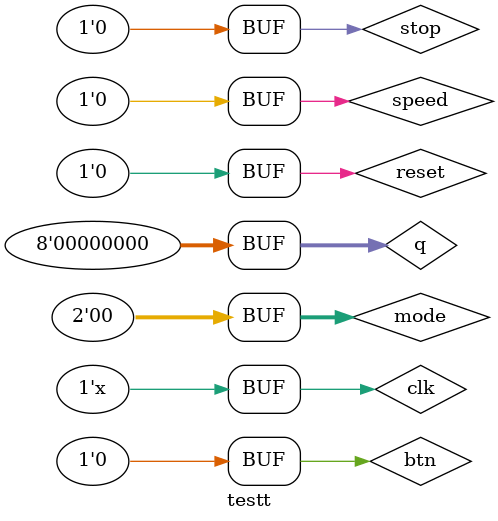
<source format=v>
`timescale 1ns / 1ps


module testt;

	// Inputs
	reg clk;
	reg reset;
	reg btn;
	reg stop;
	reg speed;
	reg [1:0] mode;

	// Outputs
	wire lcd_rs;
	wire lcd_rw;
	wire lcd_e;
	wire lcd_4;
	wire lcd_5;
	wire lcd_6;
	wire lcd_7;
	wire [3:0] ONES;
	wire [3:0] TENS;
	wire [1:0] HUNDREDS;
	wire [7:0] LED;
	wire [7:0] q;

	// Instantiate the Unit Under Test (UUT)
	modultop uut (
		.clk(clk), 
		.reset(reset), 
		.btn(btn), 
		.stop(stop), 
		.speed(speed), 
		.mode(mode), 
		.lcd_rs(lcd_rs), 
		.lcd_rw(lcd_rw), 
		.lcd_e(lcd_e), 
		.lcd_4(lcd_4), 
		.lcd_5(lcd_5), 
		.lcd_6(lcd_6), 
		.lcd_7(lcd_7), 
		.ONES(ONES), 
		.TENS(TENS), 
		.HUNDREDS(HUNDREDS), 
		.LED(LED),
		.q(q)
	);

	initial begin
		// Initialize Inputs
		clk = 0;
		reset = 0;
		btn = 0;
		stop = 0;
		speed = 0;
		mode = 0;
		q=0;
		// Wait 100 ns for global reset to finish
		#100;
      btn=1;
		#8;
		btn=0;
		#8;
		btn=1;
		#8;
		btn=0;
		#8;btn=1;
		#8;
		btn=0;
		#8;btn=1;
		#8;
		btn=0;
		#8;btn=1;
		#8;
		btn=0;
		#8;btn=1;
		#8;
		btn=0;
		#8;btn=1;
		#8;
		btn=0;
		#8;btn=1;
		#8;
		btn=0;
		#8;btn=1;
		#8;
		btn=0;
		#8;btn=1;
		#8;
		btn=0;
		#8;btn=1;
		#8;
		btn=0;
		#8;btn=1;
		#8;
		btn=0;
		#8;btn=1;
		#8;
		btn=0;
		#8;btn=1;
		#8;
		btn=0;
		#8;btn=1;
		#8;
		btn=0;
		#8;
		// Add stimulus here

	end
	always begin
	clk=~clk;
	#10;
	end
      
endmodule


</source>
